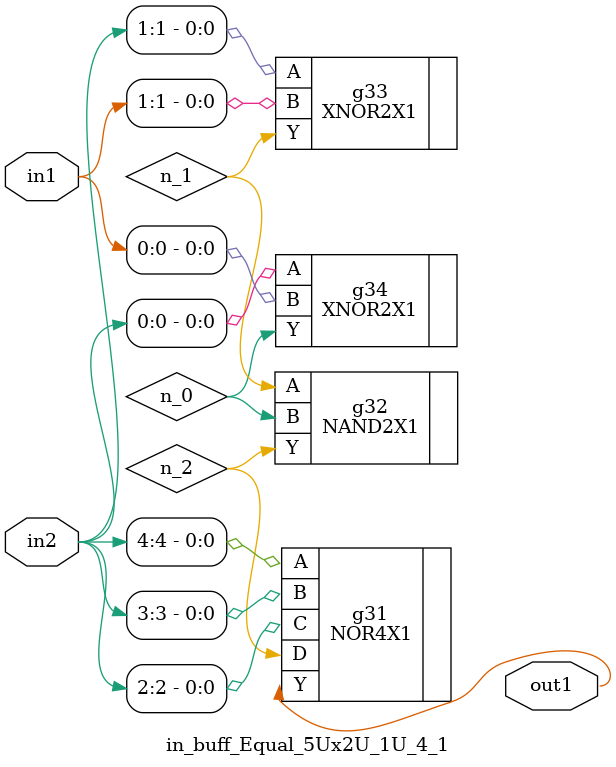
<source format=v>
`timescale 1ps / 1ps


module in_buff_Equal_5Ux2U_1U_4_1(in2, in1, out1);
  input [4:0] in2;
  input [1:0] in1;
  output out1;
  wire [4:0] in2;
  wire [1:0] in1;
  wire out1;
  wire n_0, n_1, n_2;
  NOR4X1 g31(.A (in2[4]), .B (in2[3]), .C (in2[2]), .D (n_2), .Y
       (out1));
  NAND2X1 g32(.A (n_1), .B (n_0), .Y (n_2));
  XNOR2X1 g33(.A (in2[1]), .B (in1[1]), .Y (n_1));
  XNOR2X1 g34(.A (in2[0]), .B (in1[0]), .Y (n_0));
endmodule



</source>
